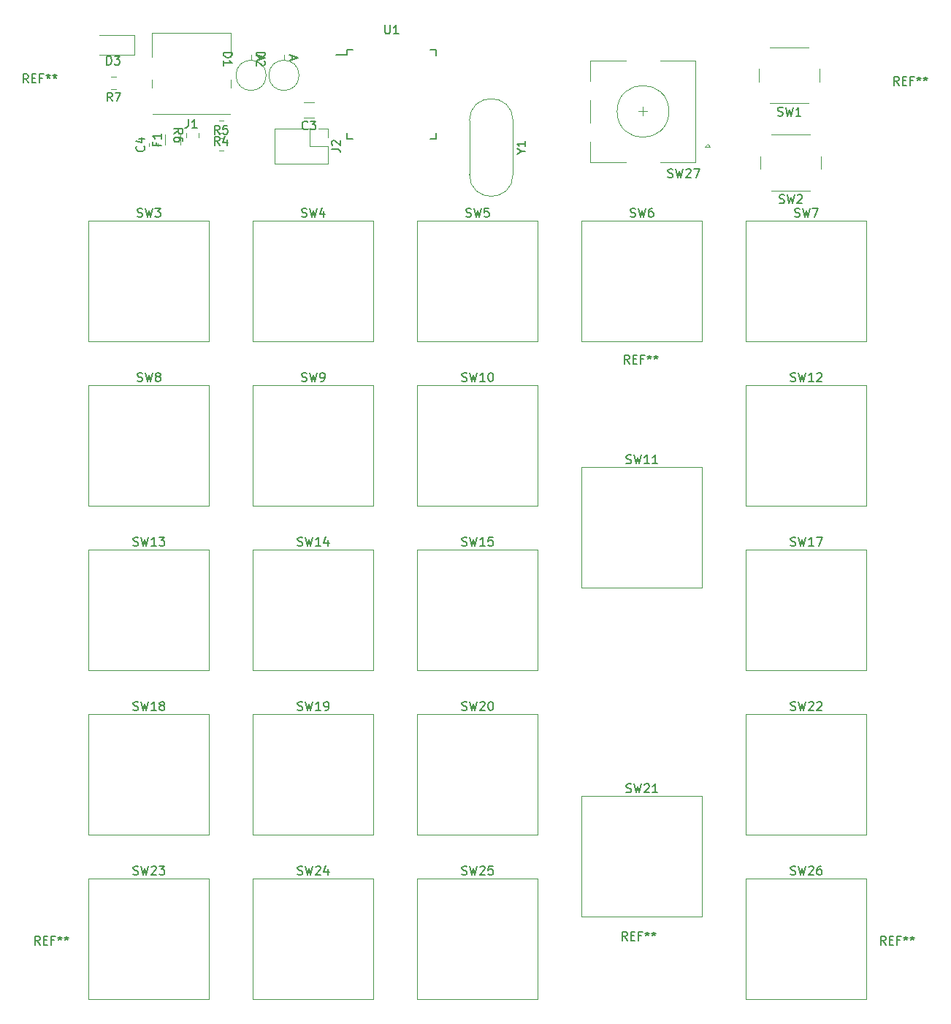
<source format=gbr>
%TF.GenerationSoftware,KiCad,Pcbnew,(5.1.0)-1*%
%TF.CreationDate,2020-10-02T12:35:23-04:00*%
%TF.ProjectId,BadgersHollowSchematic,42616467-6572-4734-986f-6c6c6f775363,rev?*%
%TF.SameCoordinates,Original*%
%TF.FileFunction,Legend,Top*%
%TF.FilePolarity,Positive*%
%FSLAX46Y46*%
G04 Gerber Fmt 4.6, Leading zero omitted, Abs format (unit mm)*
G04 Created by KiCad (PCBNEW (5.1.0)-1) date 2020-10-02 12:35:23*
%MOMM*%
%LPD*%
G04 APERTURE LIST*
%ADD10C,0.120000*%
%ADD11C,0.150000*%
G04 APERTURE END LIST*
D10*
%TO.C,SW5*%
X76200000Y-66040000D02*
X76200000Y-52070000D01*
X90170000Y-66040000D02*
X76200000Y-66040000D01*
X90170000Y-52070000D02*
X90170000Y-66040000D01*
X76200000Y-52070000D02*
X90170000Y-52070000D01*
%TO.C,SW23*%
X38100000Y-142240000D02*
X38100000Y-128270000D01*
X52070000Y-142240000D02*
X38100000Y-142240000D01*
X52070000Y-128270000D02*
X52070000Y-142240000D01*
X38100000Y-128270000D02*
X52070000Y-128270000D01*
%TO.C,Y1*%
X82239880Y-40468080D02*
X82239880Y-46718080D01*
X87289880Y-40468080D02*
X87289880Y-46718080D01*
X82239880Y-46718080D02*
G75*
G03X87289880Y-46718080I2525000J0D01*
G01*
X82239880Y-40468080D02*
G75*
G02X87289880Y-40468080I2525000J0D01*
G01*
D11*
%TO.C,U1*%
X68053200Y-32824360D02*
X66778200Y-32824360D01*
X78403200Y-32249360D02*
X77728200Y-32249360D01*
X78403200Y-42599360D02*
X77728200Y-42599360D01*
X68053200Y-42599360D02*
X68728200Y-42599360D01*
X68053200Y-32249360D02*
X68728200Y-32249360D01*
X68053200Y-42599360D02*
X68053200Y-41924360D01*
X78403200Y-42599360D02*
X78403200Y-41924360D01*
X78403200Y-32249360D02*
X78403200Y-32924360D01*
X68053200Y-32249360D02*
X68053200Y-32824360D01*
D10*
%TO.C,SW27*%
X105355000Y-39410000D02*
G75*
G03X105355000Y-39410000I-3000000J0D01*
G01*
X100355000Y-45310000D02*
X96255000Y-45310000D01*
X96255000Y-33510000D02*
X100355000Y-33510000D01*
X104355000Y-33510000D02*
X108455000Y-33510000D01*
X104355000Y-45310000D02*
X108455000Y-45310000D01*
X108455000Y-45310000D02*
X108455000Y-33510000D01*
X109855000Y-43210000D02*
X110155000Y-43510000D01*
X110155000Y-43510000D02*
X109555000Y-43510000D01*
X109555000Y-43510000D02*
X109855000Y-43210000D01*
X96255000Y-45310000D02*
X96255000Y-42910000D01*
X96255000Y-40710000D02*
X96255000Y-38110000D01*
X96255000Y-35910000D02*
X96255000Y-33510000D01*
X102355000Y-39910000D02*
X102355000Y-38910000D01*
X102855000Y-39410000D02*
X101855000Y-39410000D01*
%TO.C,SW26*%
X114300000Y-142240000D02*
X114300000Y-128270000D01*
X128270000Y-142240000D02*
X114300000Y-142240000D01*
X128270000Y-128270000D02*
X128270000Y-142240000D01*
X114300000Y-128270000D02*
X128270000Y-128270000D01*
%TO.C,SW25*%
X76200000Y-142240000D02*
X76200000Y-128270000D01*
X90170000Y-142240000D02*
X76200000Y-142240000D01*
X90170000Y-128270000D02*
X90170000Y-142240000D01*
X76200000Y-128270000D02*
X90170000Y-128270000D01*
%TO.C,SW24*%
X57150000Y-142240000D02*
X57150000Y-128270000D01*
X71120000Y-142240000D02*
X57150000Y-142240000D01*
X71120000Y-128270000D02*
X71120000Y-142240000D01*
X57150000Y-128270000D02*
X71120000Y-128270000D01*
%TO.C,SW22*%
X114300000Y-123190000D02*
X114300000Y-109220000D01*
X128270000Y-123190000D02*
X114300000Y-123190000D01*
X128270000Y-109220000D02*
X128270000Y-123190000D01*
X114300000Y-109220000D02*
X128270000Y-109220000D01*
%TO.C,SW21*%
X95250000Y-132715000D02*
X95250000Y-118745000D01*
X109220000Y-132715000D02*
X95250000Y-132715000D01*
X109220000Y-118745000D02*
X109220000Y-132715000D01*
X95250000Y-118745000D02*
X109220000Y-118745000D01*
%TO.C,SW20*%
X76200000Y-123190000D02*
X76200000Y-109220000D01*
X90170000Y-123190000D02*
X76200000Y-123190000D01*
X90170000Y-109220000D02*
X90170000Y-123190000D01*
X76200000Y-109220000D02*
X90170000Y-109220000D01*
%TO.C,SW19*%
X57150000Y-123190000D02*
X57150000Y-109220000D01*
X71120000Y-123190000D02*
X57150000Y-123190000D01*
X71120000Y-109220000D02*
X71120000Y-123190000D01*
X57150000Y-109220000D02*
X71120000Y-109220000D01*
%TO.C,SW18*%
X38100000Y-123190000D02*
X38100000Y-109220000D01*
X52070000Y-123190000D02*
X38100000Y-123190000D01*
X52070000Y-109220000D02*
X52070000Y-123190000D01*
X38100000Y-109220000D02*
X52070000Y-109220000D01*
%TO.C,SW17*%
X114300000Y-104140000D02*
X114300000Y-90170000D01*
X128270000Y-104140000D02*
X114300000Y-104140000D01*
X128270000Y-90170000D02*
X128270000Y-104140000D01*
X114300000Y-90170000D02*
X128270000Y-90170000D01*
%TO.C,SW15*%
X76200000Y-104140000D02*
X76200000Y-90170000D01*
X90170000Y-104140000D02*
X76200000Y-104140000D01*
X90170000Y-90170000D02*
X90170000Y-104140000D01*
X76200000Y-90170000D02*
X90170000Y-90170000D01*
%TO.C,SW14*%
X57150000Y-104140000D02*
X57150000Y-90170000D01*
X71120000Y-104140000D02*
X57150000Y-104140000D01*
X71120000Y-90170000D02*
X71120000Y-104140000D01*
X57150000Y-90170000D02*
X71120000Y-90170000D01*
%TO.C,SW13*%
X38100000Y-104140000D02*
X38100000Y-90170000D01*
X52070000Y-104140000D02*
X38100000Y-104140000D01*
X52070000Y-90170000D02*
X52070000Y-104140000D01*
X38100000Y-90170000D02*
X52070000Y-90170000D01*
%TO.C,SW12*%
X114300000Y-85090000D02*
X114300000Y-71120000D01*
X128270000Y-85090000D02*
X114300000Y-85090000D01*
X128270000Y-71120000D02*
X128270000Y-85090000D01*
X114300000Y-71120000D02*
X128270000Y-71120000D01*
%TO.C,SW11*%
X95250000Y-94615000D02*
X95250000Y-80645000D01*
X109220000Y-94615000D02*
X95250000Y-94615000D01*
X109220000Y-80645000D02*
X109220000Y-94615000D01*
X95250000Y-80645000D02*
X109220000Y-80645000D01*
%TO.C,SW10*%
X76200000Y-85090000D02*
X76200000Y-71120000D01*
X90170000Y-85090000D02*
X76200000Y-85090000D01*
X90170000Y-71120000D02*
X90170000Y-85090000D01*
X76200000Y-71120000D02*
X90170000Y-71120000D01*
%TO.C,SW9*%
X57150000Y-85090000D02*
X57150000Y-71120000D01*
X71120000Y-85090000D02*
X57150000Y-85090000D01*
X71120000Y-71120000D02*
X71120000Y-85090000D01*
X57150000Y-71120000D02*
X71120000Y-71120000D01*
%TO.C,SW8*%
X38100000Y-85090000D02*
X38100000Y-71120000D01*
X52070000Y-85090000D02*
X38100000Y-85090000D01*
X52070000Y-71120000D02*
X52070000Y-85090000D01*
X38100000Y-71120000D02*
X52070000Y-71120000D01*
%TO.C,SW7*%
X114300000Y-66040000D02*
X114300000Y-52070000D01*
X128270000Y-66040000D02*
X114300000Y-66040000D01*
X128270000Y-52070000D02*
X128270000Y-66040000D01*
X114300000Y-52070000D02*
X128270000Y-52070000D01*
%TO.C,SW6*%
X95250000Y-66040000D02*
X95250000Y-52070000D01*
X109220000Y-66040000D02*
X95250000Y-66040000D01*
X109220000Y-52070000D02*
X109220000Y-66040000D01*
X95250000Y-52070000D02*
X109220000Y-52070000D01*
%TO.C,SW4*%
X57150000Y-66040000D02*
X57150000Y-52070000D01*
X71120000Y-66040000D02*
X57150000Y-66040000D01*
X71120000Y-52070000D02*
X71120000Y-66040000D01*
X57150000Y-52070000D02*
X71120000Y-52070000D01*
%TO.C,SW3*%
X38100000Y-66040000D02*
X38100000Y-52070000D01*
X52070000Y-66040000D02*
X38100000Y-66040000D01*
X52070000Y-52070000D02*
X52070000Y-66040000D01*
X38100000Y-52070000D02*
X52070000Y-52070000D01*
%TO.C,SW2*%
X115998040Y-44599600D02*
X115998040Y-46099600D01*
X117248040Y-48599600D02*
X121748040Y-48599600D01*
X122998040Y-46099600D02*
X122998040Y-44599600D01*
X121748040Y-42099600D02*
X117248040Y-42099600D01*
%TO.C,SW1*%
X115820240Y-34475160D02*
X115820240Y-35975160D01*
X117070240Y-38475160D02*
X121570240Y-38475160D01*
X122820240Y-35975160D02*
X122820240Y-34475160D01*
X121570240Y-31975160D02*
X117070240Y-31975160D01*
%TO.C,R7*%
X41256852Y-35413880D02*
X40734348Y-35413880D01*
X41256852Y-36833880D02*
X40734348Y-36833880D01*
%TO.C,R6*%
X50819120Y-42446732D02*
X50819120Y-41924228D01*
X49399120Y-42446732D02*
X49399120Y-41924228D01*
%TO.C,R5*%
X53185428Y-43956040D02*
X53707932Y-43956040D01*
X53185428Y-42536040D02*
X53707932Y-42536040D01*
%TO.C,R4*%
X53707932Y-40504040D02*
X53185428Y-40504040D01*
X53707932Y-41924040D02*
X53185428Y-41924040D01*
%TO.C,J2*%
X65819840Y-41383400D02*
X65819840Y-42443400D01*
X64759840Y-41383400D02*
X65819840Y-41383400D01*
X65819840Y-43443400D02*
X65819840Y-45503400D01*
X63759840Y-43443400D02*
X65819840Y-43443400D01*
X63759840Y-41383400D02*
X63759840Y-43443400D01*
X65819840Y-45503400D02*
X59699840Y-45503400D01*
X63759840Y-41383400D02*
X59699840Y-41383400D01*
X59699840Y-41383400D02*
X59699840Y-45503400D01*
%TO.C,J1*%
X54589160Y-36675360D02*
X54589160Y-35775360D01*
X45399160Y-36675360D02*
X45399160Y-35775360D01*
X54589160Y-33075360D02*
X54589160Y-30345360D01*
X45399160Y-33075360D02*
X45399160Y-30345360D01*
X54469160Y-39755360D02*
X45519160Y-39755360D01*
X54589160Y-30345360D02*
X45399160Y-30345360D01*
%TO.C,F1*%
X48778840Y-43312624D02*
X48778840Y-42108496D01*
X46958840Y-43312624D02*
X46958840Y-42108496D01*
%TO.C,D3*%
X43389560Y-30599760D02*
X39329560Y-30599760D01*
X43389560Y-32869760D02*
X43389560Y-30599760D01*
X39329560Y-32869760D02*
X43389560Y-32869760D01*
%TO.C,D2*%
X60741560Y-33484245D02*
X60741560Y-32824880D01*
X62492195Y-35234880D02*
G75*
G03X62492195Y-35234880I-1750635J0D01*
G01*
%TO.C,D1*%
X56931560Y-33484245D02*
X56931560Y-32824880D01*
X58682195Y-35234880D02*
G75*
G03X58682195Y-35234880I-1750635J0D01*
G01*
%TO.C,C4*%
X46087760Y-43431307D02*
X46087760Y-43088773D01*
X45067760Y-43431307D02*
X45067760Y-43088773D01*
%TO.C,C3*%
X64249384Y-38338080D02*
X63045256Y-38338080D01*
X64249384Y-40158080D02*
X63045256Y-40158080D01*
%TO.C,SW5*%
D11*
X81851666Y-51585761D02*
X81994523Y-51633380D01*
X82232619Y-51633380D01*
X82327857Y-51585761D01*
X82375476Y-51538142D01*
X82423095Y-51442904D01*
X82423095Y-51347666D01*
X82375476Y-51252428D01*
X82327857Y-51204809D01*
X82232619Y-51157190D01*
X82042142Y-51109571D01*
X81946904Y-51061952D01*
X81899285Y-51014333D01*
X81851666Y-50919095D01*
X81851666Y-50823857D01*
X81899285Y-50728619D01*
X81946904Y-50681000D01*
X82042142Y-50633380D01*
X82280238Y-50633380D01*
X82423095Y-50681000D01*
X82756428Y-50633380D02*
X82994523Y-51633380D01*
X83185000Y-50919095D01*
X83375476Y-51633380D01*
X83613571Y-50633380D01*
X84470714Y-50633380D02*
X83994523Y-50633380D01*
X83946904Y-51109571D01*
X83994523Y-51061952D01*
X84089761Y-51014333D01*
X84327857Y-51014333D01*
X84423095Y-51061952D01*
X84470714Y-51109571D01*
X84518333Y-51204809D01*
X84518333Y-51442904D01*
X84470714Y-51538142D01*
X84423095Y-51585761D01*
X84327857Y-51633380D01*
X84089761Y-51633380D01*
X83994523Y-51585761D01*
X83946904Y-51538142D01*
%TO.C,SW23*%
X43275476Y-127785761D02*
X43418333Y-127833380D01*
X43656428Y-127833380D01*
X43751666Y-127785761D01*
X43799285Y-127738142D01*
X43846904Y-127642904D01*
X43846904Y-127547666D01*
X43799285Y-127452428D01*
X43751666Y-127404809D01*
X43656428Y-127357190D01*
X43465952Y-127309571D01*
X43370714Y-127261952D01*
X43323095Y-127214333D01*
X43275476Y-127119095D01*
X43275476Y-127023857D01*
X43323095Y-126928619D01*
X43370714Y-126881000D01*
X43465952Y-126833380D01*
X43704047Y-126833380D01*
X43846904Y-126881000D01*
X44180238Y-126833380D02*
X44418333Y-127833380D01*
X44608809Y-127119095D01*
X44799285Y-127833380D01*
X45037380Y-126833380D01*
X45370714Y-126928619D02*
X45418333Y-126881000D01*
X45513571Y-126833380D01*
X45751666Y-126833380D01*
X45846904Y-126881000D01*
X45894523Y-126928619D01*
X45942142Y-127023857D01*
X45942142Y-127119095D01*
X45894523Y-127261952D01*
X45323095Y-127833380D01*
X45942142Y-127833380D01*
X46275476Y-126833380D02*
X46894523Y-126833380D01*
X46561190Y-127214333D01*
X46704047Y-127214333D01*
X46799285Y-127261952D01*
X46846904Y-127309571D01*
X46894523Y-127404809D01*
X46894523Y-127642904D01*
X46846904Y-127738142D01*
X46799285Y-127785761D01*
X46704047Y-127833380D01*
X46418333Y-127833380D01*
X46323095Y-127785761D01*
X46275476Y-127738142D01*
%TO.C,REF\002A\002A*%
X31097386Y-36099900D02*
X30764053Y-35623710D01*
X30525958Y-36099900D02*
X30525958Y-35099900D01*
X30906910Y-35099900D01*
X31002148Y-35147520D01*
X31049767Y-35195139D01*
X31097386Y-35290377D01*
X31097386Y-35433234D01*
X31049767Y-35528472D01*
X31002148Y-35576091D01*
X30906910Y-35623710D01*
X30525958Y-35623710D01*
X31525958Y-35576091D02*
X31859291Y-35576091D01*
X32002148Y-36099900D02*
X31525958Y-36099900D01*
X31525958Y-35099900D01*
X32002148Y-35099900D01*
X32764053Y-35576091D02*
X32430720Y-35576091D01*
X32430720Y-36099900D02*
X32430720Y-35099900D01*
X32906910Y-35099900D01*
X33430720Y-35099900D02*
X33430720Y-35337996D01*
X33192624Y-35242758D02*
X33430720Y-35337996D01*
X33668815Y-35242758D01*
X33287862Y-35528472D02*
X33430720Y-35337996D01*
X33573577Y-35528472D01*
X34192624Y-35099900D02*
X34192624Y-35337996D01*
X33954529Y-35242758D02*
X34192624Y-35337996D01*
X34430720Y-35242758D01*
X34049767Y-35528472D02*
X34192624Y-35337996D01*
X34335481Y-35528472D01*
X100774666Y-68642380D02*
X100441333Y-68166190D01*
X100203238Y-68642380D02*
X100203238Y-67642380D01*
X100584190Y-67642380D01*
X100679428Y-67690000D01*
X100727047Y-67737619D01*
X100774666Y-67832857D01*
X100774666Y-67975714D01*
X100727047Y-68070952D01*
X100679428Y-68118571D01*
X100584190Y-68166190D01*
X100203238Y-68166190D01*
X101203238Y-68118571D02*
X101536571Y-68118571D01*
X101679428Y-68642380D02*
X101203238Y-68642380D01*
X101203238Y-67642380D01*
X101679428Y-67642380D01*
X102441333Y-68118571D02*
X102108000Y-68118571D01*
X102108000Y-68642380D02*
X102108000Y-67642380D01*
X102584190Y-67642380D01*
X103108000Y-67642380D02*
X103108000Y-67880476D01*
X102869904Y-67785238D02*
X103108000Y-67880476D01*
X103346095Y-67785238D01*
X102965142Y-68070952D02*
X103108000Y-67880476D01*
X103250857Y-68070952D01*
X103869904Y-67642380D02*
X103869904Y-67880476D01*
X103631809Y-67785238D02*
X103869904Y-67880476D01*
X104108000Y-67785238D01*
X103727047Y-68070952D02*
X103869904Y-67880476D01*
X104012761Y-68070952D01*
X32448666Y-135952380D02*
X32115333Y-135476190D01*
X31877238Y-135952380D02*
X31877238Y-134952380D01*
X32258190Y-134952380D01*
X32353428Y-135000000D01*
X32401047Y-135047619D01*
X32448666Y-135142857D01*
X32448666Y-135285714D01*
X32401047Y-135380952D01*
X32353428Y-135428571D01*
X32258190Y-135476190D01*
X31877238Y-135476190D01*
X32877238Y-135428571D02*
X33210571Y-135428571D01*
X33353428Y-135952380D02*
X32877238Y-135952380D01*
X32877238Y-134952380D01*
X33353428Y-134952380D01*
X34115333Y-135428571D02*
X33782000Y-135428571D01*
X33782000Y-135952380D02*
X33782000Y-134952380D01*
X34258190Y-134952380D01*
X34782000Y-134952380D02*
X34782000Y-135190476D01*
X34543904Y-135095238D02*
X34782000Y-135190476D01*
X35020095Y-135095238D01*
X34639142Y-135380952D02*
X34782000Y-135190476D01*
X34924857Y-135380952D01*
X35543904Y-134952380D02*
X35543904Y-135190476D01*
X35305809Y-135095238D02*
X35543904Y-135190476D01*
X35782000Y-135095238D01*
X35401047Y-135380952D02*
X35543904Y-135190476D01*
X35686761Y-135380952D01*
X100520666Y-135444380D02*
X100187333Y-134968190D01*
X99949238Y-135444380D02*
X99949238Y-134444380D01*
X100330190Y-134444380D01*
X100425428Y-134492000D01*
X100473047Y-134539619D01*
X100520666Y-134634857D01*
X100520666Y-134777714D01*
X100473047Y-134872952D01*
X100425428Y-134920571D01*
X100330190Y-134968190D01*
X99949238Y-134968190D01*
X100949238Y-134920571D02*
X101282571Y-134920571D01*
X101425428Y-135444380D02*
X100949238Y-135444380D01*
X100949238Y-134444380D01*
X101425428Y-134444380D01*
X102187333Y-134920571D02*
X101854000Y-134920571D01*
X101854000Y-135444380D02*
X101854000Y-134444380D01*
X102330190Y-134444380D01*
X102854000Y-134444380D02*
X102854000Y-134682476D01*
X102615904Y-134587238D02*
X102854000Y-134682476D01*
X103092095Y-134587238D01*
X102711142Y-134872952D02*
X102854000Y-134682476D01*
X102996857Y-134872952D01*
X103615904Y-134444380D02*
X103615904Y-134682476D01*
X103377809Y-134587238D02*
X103615904Y-134682476D01*
X103854000Y-134587238D01*
X103473047Y-134872952D02*
X103615904Y-134682476D01*
X103758761Y-134872952D01*
X130492666Y-135952380D02*
X130159333Y-135476190D01*
X129921238Y-135952380D02*
X129921238Y-134952380D01*
X130302190Y-134952380D01*
X130397428Y-135000000D01*
X130445047Y-135047619D01*
X130492666Y-135142857D01*
X130492666Y-135285714D01*
X130445047Y-135380952D01*
X130397428Y-135428571D01*
X130302190Y-135476190D01*
X129921238Y-135476190D01*
X130921238Y-135428571D02*
X131254571Y-135428571D01*
X131397428Y-135952380D02*
X130921238Y-135952380D01*
X130921238Y-134952380D01*
X131397428Y-134952380D01*
X132159333Y-135428571D02*
X131826000Y-135428571D01*
X131826000Y-135952380D02*
X131826000Y-134952380D01*
X132302190Y-134952380D01*
X132826000Y-134952380D02*
X132826000Y-135190476D01*
X132587904Y-135095238D02*
X132826000Y-135190476D01*
X133064095Y-135095238D01*
X132683142Y-135380952D02*
X132826000Y-135190476D01*
X132968857Y-135380952D01*
X133587904Y-134952380D02*
X133587904Y-135190476D01*
X133349809Y-135095238D02*
X133587904Y-135190476D01*
X133826000Y-135095238D01*
X133445047Y-135380952D02*
X133587904Y-135190476D01*
X133730761Y-135380952D01*
X132016666Y-36384380D02*
X131683333Y-35908190D01*
X131445238Y-36384380D02*
X131445238Y-35384380D01*
X131826190Y-35384380D01*
X131921428Y-35432000D01*
X131969047Y-35479619D01*
X132016666Y-35574857D01*
X132016666Y-35717714D01*
X131969047Y-35812952D01*
X131921428Y-35860571D01*
X131826190Y-35908190D01*
X131445238Y-35908190D01*
X132445238Y-35860571D02*
X132778571Y-35860571D01*
X132921428Y-36384380D02*
X132445238Y-36384380D01*
X132445238Y-35384380D01*
X132921428Y-35384380D01*
X133683333Y-35860571D02*
X133350000Y-35860571D01*
X133350000Y-36384380D02*
X133350000Y-35384380D01*
X133826190Y-35384380D01*
X134350000Y-35384380D02*
X134350000Y-35622476D01*
X134111904Y-35527238D02*
X134350000Y-35622476D01*
X134588095Y-35527238D01*
X134207142Y-35812952D02*
X134350000Y-35622476D01*
X134492857Y-35812952D01*
X135111904Y-35384380D02*
X135111904Y-35622476D01*
X134873809Y-35527238D02*
X135111904Y-35622476D01*
X135350000Y-35527238D01*
X134969047Y-35812952D02*
X135111904Y-35622476D01*
X135254761Y-35812952D01*
%TO.C,Y1*%
X88266070Y-44069270D02*
X88742260Y-44069270D01*
X87742260Y-44402603D02*
X88266070Y-44069270D01*
X87742260Y-43735937D01*
X88742260Y-42878794D02*
X88742260Y-43450222D01*
X88742260Y-43164508D02*
X87742260Y-43164508D01*
X87885118Y-43259746D01*
X87980356Y-43354984D01*
X88027975Y-43450222D01*
%TO.C,U1*%
X72466295Y-29426740D02*
X72466295Y-30236264D01*
X72513914Y-30331502D01*
X72561533Y-30379121D01*
X72656771Y-30426740D01*
X72847247Y-30426740D01*
X72942485Y-30379121D01*
X72990104Y-30331502D01*
X73037723Y-30236264D01*
X73037723Y-29426740D01*
X74037723Y-30426740D02*
X73466295Y-30426740D01*
X73752009Y-30426740D02*
X73752009Y-29426740D01*
X73656771Y-29569598D01*
X73561533Y-29664836D01*
X73466295Y-29712455D01*
%TO.C,SW27*%
X105245476Y-47014761D02*
X105388333Y-47062380D01*
X105626428Y-47062380D01*
X105721666Y-47014761D01*
X105769285Y-46967142D01*
X105816904Y-46871904D01*
X105816904Y-46776666D01*
X105769285Y-46681428D01*
X105721666Y-46633809D01*
X105626428Y-46586190D01*
X105435952Y-46538571D01*
X105340714Y-46490952D01*
X105293095Y-46443333D01*
X105245476Y-46348095D01*
X105245476Y-46252857D01*
X105293095Y-46157619D01*
X105340714Y-46110000D01*
X105435952Y-46062380D01*
X105674047Y-46062380D01*
X105816904Y-46110000D01*
X106150238Y-46062380D02*
X106388333Y-47062380D01*
X106578809Y-46348095D01*
X106769285Y-47062380D01*
X107007380Y-46062380D01*
X107340714Y-46157619D02*
X107388333Y-46110000D01*
X107483571Y-46062380D01*
X107721666Y-46062380D01*
X107816904Y-46110000D01*
X107864523Y-46157619D01*
X107912142Y-46252857D01*
X107912142Y-46348095D01*
X107864523Y-46490952D01*
X107293095Y-47062380D01*
X107912142Y-47062380D01*
X108245476Y-46062380D02*
X108912142Y-46062380D01*
X108483571Y-47062380D01*
%TO.C,SW26*%
X119475476Y-127785761D02*
X119618333Y-127833380D01*
X119856428Y-127833380D01*
X119951666Y-127785761D01*
X119999285Y-127738142D01*
X120046904Y-127642904D01*
X120046904Y-127547666D01*
X119999285Y-127452428D01*
X119951666Y-127404809D01*
X119856428Y-127357190D01*
X119665952Y-127309571D01*
X119570714Y-127261952D01*
X119523095Y-127214333D01*
X119475476Y-127119095D01*
X119475476Y-127023857D01*
X119523095Y-126928619D01*
X119570714Y-126881000D01*
X119665952Y-126833380D01*
X119904047Y-126833380D01*
X120046904Y-126881000D01*
X120380238Y-126833380D02*
X120618333Y-127833380D01*
X120808809Y-127119095D01*
X120999285Y-127833380D01*
X121237380Y-126833380D01*
X121570714Y-126928619D02*
X121618333Y-126881000D01*
X121713571Y-126833380D01*
X121951666Y-126833380D01*
X122046904Y-126881000D01*
X122094523Y-126928619D01*
X122142142Y-127023857D01*
X122142142Y-127119095D01*
X122094523Y-127261952D01*
X121523095Y-127833380D01*
X122142142Y-127833380D01*
X122999285Y-126833380D02*
X122808809Y-126833380D01*
X122713571Y-126881000D01*
X122665952Y-126928619D01*
X122570714Y-127071476D01*
X122523095Y-127261952D01*
X122523095Y-127642904D01*
X122570714Y-127738142D01*
X122618333Y-127785761D01*
X122713571Y-127833380D01*
X122904047Y-127833380D01*
X122999285Y-127785761D01*
X123046904Y-127738142D01*
X123094523Y-127642904D01*
X123094523Y-127404809D01*
X123046904Y-127309571D01*
X122999285Y-127261952D01*
X122904047Y-127214333D01*
X122713571Y-127214333D01*
X122618333Y-127261952D01*
X122570714Y-127309571D01*
X122523095Y-127404809D01*
%TO.C,SW25*%
X81375476Y-127785761D02*
X81518333Y-127833380D01*
X81756428Y-127833380D01*
X81851666Y-127785761D01*
X81899285Y-127738142D01*
X81946904Y-127642904D01*
X81946904Y-127547666D01*
X81899285Y-127452428D01*
X81851666Y-127404809D01*
X81756428Y-127357190D01*
X81565952Y-127309571D01*
X81470714Y-127261952D01*
X81423095Y-127214333D01*
X81375476Y-127119095D01*
X81375476Y-127023857D01*
X81423095Y-126928619D01*
X81470714Y-126881000D01*
X81565952Y-126833380D01*
X81804047Y-126833380D01*
X81946904Y-126881000D01*
X82280238Y-126833380D02*
X82518333Y-127833380D01*
X82708809Y-127119095D01*
X82899285Y-127833380D01*
X83137380Y-126833380D01*
X83470714Y-126928619D02*
X83518333Y-126881000D01*
X83613571Y-126833380D01*
X83851666Y-126833380D01*
X83946904Y-126881000D01*
X83994523Y-126928619D01*
X84042142Y-127023857D01*
X84042142Y-127119095D01*
X83994523Y-127261952D01*
X83423095Y-127833380D01*
X84042142Y-127833380D01*
X84946904Y-126833380D02*
X84470714Y-126833380D01*
X84423095Y-127309571D01*
X84470714Y-127261952D01*
X84565952Y-127214333D01*
X84804047Y-127214333D01*
X84899285Y-127261952D01*
X84946904Y-127309571D01*
X84994523Y-127404809D01*
X84994523Y-127642904D01*
X84946904Y-127738142D01*
X84899285Y-127785761D01*
X84804047Y-127833380D01*
X84565952Y-127833380D01*
X84470714Y-127785761D01*
X84423095Y-127738142D01*
%TO.C,SW24*%
X62325476Y-127785761D02*
X62468333Y-127833380D01*
X62706428Y-127833380D01*
X62801666Y-127785761D01*
X62849285Y-127738142D01*
X62896904Y-127642904D01*
X62896904Y-127547666D01*
X62849285Y-127452428D01*
X62801666Y-127404809D01*
X62706428Y-127357190D01*
X62515952Y-127309571D01*
X62420714Y-127261952D01*
X62373095Y-127214333D01*
X62325476Y-127119095D01*
X62325476Y-127023857D01*
X62373095Y-126928619D01*
X62420714Y-126881000D01*
X62515952Y-126833380D01*
X62754047Y-126833380D01*
X62896904Y-126881000D01*
X63230238Y-126833380D02*
X63468333Y-127833380D01*
X63658809Y-127119095D01*
X63849285Y-127833380D01*
X64087380Y-126833380D01*
X64420714Y-126928619D02*
X64468333Y-126881000D01*
X64563571Y-126833380D01*
X64801666Y-126833380D01*
X64896904Y-126881000D01*
X64944523Y-126928619D01*
X64992142Y-127023857D01*
X64992142Y-127119095D01*
X64944523Y-127261952D01*
X64373095Y-127833380D01*
X64992142Y-127833380D01*
X65849285Y-127166714D02*
X65849285Y-127833380D01*
X65611190Y-126785761D02*
X65373095Y-127500047D01*
X65992142Y-127500047D01*
%TO.C,SW22*%
X119475476Y-108735761D02*
X119618333Y-108783380D01*
X119856428Y-108783380D01*
X119951666Y-108735761D01*
X119999285Y-108688142D01*
X120046904Y-108592904D01*
X120046904Y-108497666D01*
X119999285Y-108402428D01*
X119951666Y-108354809D01*
X119856428Y-108307190D01*
X119665952Y-108259571D01*
X119570714Y-108211952D01*
X119523095Y-108164333D01*
X119475476Y-108069095D01*
X119475476Y-107973857D01*
X119523095Y-107878619D01*
X119570714Y-107831000D01*
X119665952Y-107783380D01*
X119904047Y-107783380D01*
X120046904Y-107831000D01*
X120380238Y-107783380D02*
X120618333Y-108783380D01*
X120808809Y-108069095D01*
X120999285Y-108783380D01*
X121237380Y-107783380D01*
X121570714Y-107878619D02*
X121618333Y-107831000D01*
X121713571Y-107783380D01*
X121951666Y-107783380D01*
X122046904Y-107831000D01*
X122094523Y-107878619D01*
X122142142Y-107973857D01*
X122142142Y-108069095D01*
X122094523Y-108211952D01*
X121523095Y-108783380D01*
X122142142Y-108783380D01*
X122523095Y-107878619D02*
X122570714Y-107831000D01*
X122665952Y-107783380D01*
X122904047Y-107783380D01*
X122999285Y-107831000D01*
X123046904Y-107878619D01*
X123094523Y-107973857D01*
X123094523Y-108069095D01*
X123046904Y-108211952D01*
X122475476Y-108783380D01*
X123094523Y-108783380D01*
%TO.C,SW21*%
X100425476Y-118260761D02*
X100568333Y-118308380D01*
X100806428Y-118308380D01*
X100901666Y-118260761D01*
X100949285Y-118213142D01*
X100996904Y-118117904D01*
X100996904Y-118022666D01*
X100949285Y-117927428D01*
X100901666Y-117879809D01*
X100806428Y-117832190D01*
X100615952Y-117784571D01*
X100520714Y-117736952D01*
X100473095Y-117689333D01*
X100425476Y-117594095D01*
X100425476Y-117498857D01*
X100473095Y-117403619D01*
X100520714Y-117356000D01*
X100615952Y-117308380D01*
X100854047Y-117308380D01*
X100996904Y-117356000D01*
X101330238Y-117308380D02*
X101568333Y-118308380D01*
X101758809Y-117594095D01*
X101949285Y-118308380D01*
X102187380Y-117308380D01*
X102520714Y-117403619D02*
X102568333Y-117356000D01*
X102663571Y-117308380D01*
X102901666Y-117308380D01*
X102996904Y-117356000D01*
X103044523Y-117403619D01*
X103092142Y-117498857D01*
X103092142Y-117594095D01*
X103044523Y-117736952D01*
X102473095Y-118308380D01*
X103092142Y-118308380D01*
X104044523Y-118308380D02*
X103473095Y-118308380D01*
X103758809Y-118308380D02*
X103758809Y-117308380D01*
X103663571Y-117451238D01*
X103568333Y-117546476D01*
X103473095Y-117594095D01*
%TO.C,SW20*%
X81375476Y-108735761D02*
X81518333Y-108783380D01*
X81756428Y-108783380D01*
X81851666Y-108735761D01*
X81899285Y-108688142D01*
X81946904Y-108592904D01*
X81946904Y-108497666D01*
X81899285Y-108402428D01*
X81851666Y-108354809D01*
X81756428Y-108307190D01*
X81565952Y-108259571D01*
X81470714Y-108211952D01*
X81423095Y-108164333D01*
X81375476Y-108069095D01*
X81375476Y-107973857D01*
X81423095Y-107878619D01*
X81470714Y-107831000D01*
X81565952Y-107783380D01*
X81804047Y-107783380D01*
X81946904Y-107831000D01*
X82280238Y-107783380D02*
X82518333Y-108783380D01*
X82708809Y-108069095D01*
X82899285Y-108783380D01*
X83137380Y-107783380D01*
X83470714Y-107878619D02*
X83518333Y-107831000D01*
X83613571Y-107783380D01*
X83851666Y-107783380D01*
X83946904Y-107831000D01*
X83994523Y-107878619D01*
X84042142Y-107973857D01*
X84042142Y-108069095D01*
X83994523Y-108211952D01*
X83423095Y-108783380D01*
X84042142Y-108783380D01*
X84661190Y-107783380D02*
X84756428Y-107783380D01*
X84851666Y-107831000D01*
X84899285Y-107878619D01*
X84946904Y-107973857D01*
X84994523Y-108164333D01*
X84994523Y-108402428D01*
X84946904Y-108592904D01*
X84899285Y-108688142D01*
X84851666Y-108735761D01*
X84756428Y-108783380D01*
X84661190Y-108783380D01*
X84565952Y-108735761D01*
X84518333Y-108688142D01*
X84470714Y-108592904D01*
X84423095Y-108402428D01*
X84423095Y-108164333D01*
X84470714Y-107973857D01*
X84518333Y-107878619D01*
X84565952Y-107831000D01*
X84661190Y-107783380D01*
%TO.C,SW19*%
X62325476Y-108735761D02*
X62468333Y-108783380D01*
X62706428Y-108783380D01*
X62801666Y-108735761D01*
X62849285Y-108688142D01*
X62896904Y-108592904D01*
X62896904Y-108497666D01*
X62849285Y-108402428D01*
X62801666Y-108354809D01*
X62706428Y-108307190D01*
X62515952Y-108259571D01*
X62420714Y-108211952D01*
X62373095Y-108164333D01*
X62325476Y-108069095D01*
X62325476Y-107973857D01*
X62373095Y-107878619D01*
X62420714Y-107831000D01*
X62515952Y-107783380D01*
X62754047Y-107783380D01*
X62896904Y-107831000D01*
X63230238Y-107783380D02*
X63468333Y-108783380D01*
X63658809Y-108069095D01*
X63849285Y-108783380D01*
X64087380Y-107783380D01*
X64992142Y-108783380D02*
X64420714Y-108783380D01*
X64706428Y-108783380D02*
X64706428Y-107783380D01*
X64611190Y-107926238D01*
X64515952Y-108021476D01*
X64420714Y-108069095D01*
X65468333Y-108783380D02*
X65658809Y-108783380D01*
X65754047Y-108735761D01*
X65801666Y-108688142D01*
X65896904Y-108545285D01*
X65944523Y-108354809D01*
X65944523Y-107973857D01*
X65896904Y-107878619D01*
X65849285Y-107831000D01*
X65754047Y-107783380D01*
X65563571Y-107783380D01*
X65468333Y-107831000D01*
X65420714Y-107878619D01*
X65373095Y-107973857D01*
X65373095Y-108211952D01*
X65420714Y-108307190D01*
X65468333Y-108354809D01*
X65563571Y-108402428D01*
X65754047Y-108402428D01*
X65849285Y-108354809D01*
X65896904Y-108307190D01*
X65944523Y-108211952D01*
%TO.C,SW18*%
X43275476Y-108735761D02*
X43418333Y-108783380D01*
X43656428Y-108783380D01*
X43751666Y-108735761D01*
X43799285Y-108688142D01*
X43846904Y-108592904D01*
X43846904Y-108497666D01*
X43799285Y-108402428D01*
X43751666Y-108354809D01*
X43656428Y-108307190D01*
X43465952Y-108259571D01*
X43370714Y-108211952D01*
X43323095Y-108164333D01*
X43275476Y-108069095D01*
X43275476Y-107973857D01*
X43323095Y-107878619D01*
X43370714Y-107831000D01*
X43465952Y-107783380D01*
X43704047Y-107783380D01*
X43846904Y-107831000D01*
X44180238Y-107783380D02*
X44418333Y-108783380D01*
X44608809Y-108069095D01*
X44799285Y-108783380D01*
X45037380Y-107783380D01*
X45942142Y-108783380D02*
X45370714Y-108783380D01*
X45656428Y-108783380D02*
X45656428Y-107783380D01*
X45561190Y-107926238D01*
X45465952Y-108021476D01*
X45370714Y-108069095D01*
X46513571Y-108211952D02*
X46418333Y-108164333D01*
X46370714Y-108116714D01*
X46323095Y-108021476D01*
X46323095Y-107973857D01*
X46370714Y-107878619D01*
X46418333Y-107831000D01*
X46513571Y-107783380D01*
X46704047Y-107783380D01*
X46799285Y-107831000D01*
X46846904Y-107878619D01*
X46894523Y-107973857D01*
X46894523Y-108021476D01*
X46846904Y-108116714D01*
X46799285Y-108164333D01*
X46704047Y-108211952D01*
X46513571Y-108211952D01*
X46418333Y-108259571D01*
X46370714Y-108307190D01*
X46323095Y-108402428D01*
X46323095Y-108592904D01*
X46370714Y-108688142D01*
X46418333Y-108735761D01*
X46513571Y-108783380D01*
X46704047Y-108783380D01*
X46799285Y-108735761D01*
X46846904Y-108688142D01*
X46894523Y-108592904D01*
X46894523Y-108402428D01*
X46846904Y-108307190D01*
X46799285Y-108259571D01*
X46704047Y-108211952D01*
%TO.C,SW17*%
X119475476Y-89685761D02*
X119618333Y-89733380D01*
X119856428Y-89733380D01*
X119951666Y-89685761D01*
X119999285Y-89638142D01*
X120046904Y-89542904D01*
X120046904Y-89447666D01*
X119999285Y-89352428D01*
X119951666Y-89304809D01*
X119856428Y-89257190D01*
X119665952Y-89209571D01*
X119570714Y-89161952D01*
X119523095Y-89114333D01*
X119475476Y-89019095D01*
X119475476Y-88923857D01*
X119523095Y-88828619D01*
X119570714Y-88781000D01*
X119665952Y-88733380D01*
X119904047Y-88733380D01*
X120046904Y-88781000D01*
X120380238Y-88733380D02*
X120618333Y-89733380D01*
X120808809Y-89019095D01*
X120999285Y-89733380D01*
X121237380Y-88733380D01*
X122142142Y-89733380D02*
X121570714Y-89733380D01*
X121856428Y-89733380D02*
X121856428Y-88733380D01*
X121761190Y-88876238D01*
X121665952Y-88971476D01*
X121570714Y-89019095D01*
X122475476Y-88733380D02*
X123142142Y-88733380D01*
X122713571Y-89733380D01*
%TO.C,SW15*%
X81375476Y-89685761D02*
X81518333Y-89733380D01*
X81756428Y-89733380D01*
X81851666Y-89685761D01*
X81899285Y-89638142D01*
X81946904Y-89542904D01*
X81946904Y-89447666D01*
X81899285Y-89352428D01*
X81851666Y-89304809D01*
X81756428Y-89257190D01*
X81565952Y-89209571D01*
X81470714Y-89161952D01*
X81423095Y-89114333D01*
X81375476Y-89019095D01*
X81375476Y-88923857D01*
X81423095Y-88828619D01*
X81470714Y-88781000D01*
X81565952Y-88733380D01*
X81804047Y-88733380D01*
X81946904Y-88781000D01*
X82280238Y-88733380D02*
X82518333Y-89733380D01*
X82708809Y-89019095D01*
X82899285Y-89733380D01*
X83137380Y-88733380D01*
X84042142Y-89733380D02*
X83470714Y-89733380D01*
X83756428Y-89733380D02*
X83756428Y-88733380D01*
X83661190Y-88876238D01*
X83565952Y-88971476D01*
X83470714Y-89019095D01*
X84946904Y-88733380D02*
X84470714Y-88733380D01*
X84423095Y-89209571D01*
X84470714Y-89161952D01*
X84565952Y-89114333D01*
X84804047Y-89114333D01*
X84899285Y-89161952D01*
X84946904Y-89209571D01*
X84994523Y-89304809D01*
X84994523Y-89542904D01*
X84946904Y-89638142D01*
X84899285Y-89685761D01*
X84804047Y-89733380D01*
X84565952Y-89733380D01*
X84470714Y-89685761D01*
X84423095Y-89638142D01*
%TO.C,SW14*%
X62325476Y-89685761D02*
X62468333Y-89733380D01*
X62706428Y-89733380D01*
X62801666Y-89685761D01*
X62849285Y-89638142D01*
X62896904Y-89542904D01*
X62896904Y-89447666D01*
X62849285Y-89352428D01*
X62801666Y-89304809D01*
X62706428Y-89257190D01*
X62515952Y-89209571D01*
X62420714Y-89161952D01*
X62373095Y-89114333D01*
X62325476Y-89019095D01*
X62325476Y-88923857D01*
X62373095Y-88828619D01*
X62420714Y-88781000D01*
X62515952Y-88733380D01*
X62754047Y-88733380D01*
X62896904Y-88781000D01*
X63230238Y-88733380D02*
X63468333Y-89733380D01*
X63658809Y-89019095D01*
X63849285Y-89733380D01*
X64087380Y-88733380D01*
X64992142Y-89733380D02*
X64420714Y-89733380D01*
X64706428Y-89733380D02*
X64706428Y-88733380D01*
X64611190Y-88876238D01*
X64515952Y-88971476D01*
X64420714Y-89019095D01*
X65849285Y-89066714D02*
X65849285Y-89733380D01*
X65611190Y-88685761D02*
X65373095Y-89400047D01*
X65992142Y-89400047D01*
%TO.C,SW13*%
X43275476Y-89685761D02*
X43418333Y-89733380D01*
X43656428Y-89733380D01*
X43751666Y-89685761D01*
X43799285Y-89638142D01*
X43846904Y-89542904D01*
X43846904Y-89447666D01*
X43799285Y-89352428D01*
X43751666Y-89304809D01*
X43656428Y-89257190D01*
X43465952Y-89209571D01*
X43370714Y-89161952D01*
X43323095Y-89114333D01*
X43275476Y-89019095D01*
X43275476Y-88923857D01*
X43323095Y-88828619D01*
X43370714Y-88781000D01*
X43465952Y-88733380D01*
X43704047Y-88733380D01*
X43846904Y-88781000D01*
X44180238Y-88733380D02*
X44418333Y-89733380D01*
X44608809Y-89019095D01*
X44799285Y-89733380D01*
X45037380Y-88733380D01*
X45942142Y-89733380D02*
X45370714Y-89733380D01*
X45656428Y-89733380D02*
X45656428Y-88733380D01*
X45561190Y-88876238D01*
X45465952Y-88971476D01*
X45370714Y-89019095D01*
X46275476Y-88733380D02*
X46894523Y-88733380D01*
X46561190Y-89114333D01*
X46704047Y-89114333D01*
X46799285Y-89161952D01*
X46846904Y-89209571D01*
X46894523Y-89304809D01*
X46894523Y-89542904D01*
X46846904Y-89638142D01*
X46799285Y-89685761D01*
X46704047Y-89733380D01*
X46418333Y-89733380D01*
X46323095Y-89685761D01*
X46275476Y-89638142D01*
%TO.C,SW12*%
X119475476Y-70635761D02*
X119618333Y-70683380D01*
X119856428Y-70683380D01*
X119951666Y-70635761D01*
X119999285Y-70588142D01*
X120046904Y-70492904D01*
X120046904Y-70397666D01*
X119999285Y-70302428D01*
X119951666Y-70254809D01*
X119856428Y-70207190D01*
X119665952Y-70159571D01*
X119570714Y-70111952D01*
X119523095Y-70064333D01*
X119475476Y-69969095D01*
X119475476Y-69873857D01*
X119523095Y-69778619D01*
X119570714Y-69731000D01*
X119665952Y-69683380D01*
X119904047Y-69683380D01*
X120046904Y-69731000D01*
X120380238Y-69683380D02*
X120618333Y-70683380D01*
X120808809Y-69969095D01*
X120999285Y-70683380D01*
X121237380Y-69683380D01*
X122142142Y-70683380D02*
X121570714Y-70683380D01*
X121856428Y-70683380D02*
X121856428Y-69683380D01*
X121761190Y-69826238D01*
X121665952Y-69921476D01*
X121570714Y-69969095D01*
X122523095Y-69778619D02*
X122570714Y-69731000D01*
X122665952Y-69683380D01*
X122904047Y-69683380D01*
X122999285Y-69731000D01*
X123046904Y-69778619D01*
X123094523Y-69873857D01*
X123094523Y-69969095D01*
X123046904Y-70111952D01*
X122475476Y-70683380D01*
X123094523Y-70683380D01*
%TO.C,SW11*%
X100425476Y-80160761D02*
X100568333Y-80208380D01*
X100806428Y-80208380D01*
X100901666Y-80160761D01*
X100949285Y-80113142D01*
X100996904Y-80017904D01*
X100996904Y-79922666D01*
X100949285Y-79827428D01*
X100901666Y-79779809D01*
X100806428Y-79732190D01*
X100615952Y-79684571D01*
X100520714Y-79636952D01*
X100473095Y-79589333D01*
X100425476Y-79494095D01*
X100425476Y-79398857D01*
X100473095Y-79303619D01*
X100520714Y-79256000D01*
X100615952Y-79208380D01*
X100854047Y-79208380D01*
X100996904Y-79256000D01*
X101330238Y-79208380D02*
X101568333Y-80208380D01*
X101758809Y-79494095D01*
X101949285Y-80208380D01*
X102187380Y-79208380D01*
X103092142Y-80208380D02*
X102520714Y-80208380D01*
X102806428Y-80208380D02*
X102806428Y-79208380D01*
X102711190Y-79351238D01*
X102615952Y-79446476D01*
X102520714Y-79494095D01*
X104044523Y-80208380D02*
X103473095Y-80208380D01*
X103758809Y-80208380D02*
X103758809Y-79208380D01*
X103663571Y-79351238D01*
X103568333Y-79446476D01*
X103473095Y-79494095D01*
%TO.C,SW10*%
X81375476Y-70635761D02*
X81518333Y-70683380D01*
X81756428Y-70683380D01*
X81851666Y-70635761D01*
X81899285Y-70588142D01*
X81946904Y-70492904D01*
X81946904Y-70397666D01*
X81899285Y-70302428D01*
X81851666Y-70254809D01*
X81756428Y-70207190D01*
X81565952Y-70159571D01*
X81470714Y-70111952D01*
X81423095Y-70064333D01*
X81375476Y-69969095D01*
X81375476Y-69873857D01*
X81423095Y-69778619D01*
X81470714Y-69731000D01*
X81565952Y-69683380D01*
X81804047Y-69683380D01*
X81946904Y-69731000D01*
X82280238Y-69683380D02*
X82518333Y-70683380D01*
X82708809Y-69969095D01*
X82899285Y-70683380D01*
X83137380Y-69683380D01*
X84042142Y-70683380D02*
X83470714Y-70683380D01*
X83756428Y-70683380D02*
X83756428Y-69683380D01*
X83661190Y-69826238D01*
X83565952Y-69921476D01*
X83470714Y-69969095D01*
X84661190Y-69683380D02*
X84756428Y-69683380D01*
X84851666Y-69731000D01*
X84899285Y-69778619D01*
X84946904Y-69873857D01*
X84994523Y-70064333D01*
X84994523Y-70302428D01*
X84946904Y-70492904D01*
X84899285Y-70588142D01*
X84851666Y-70635761D01*
X84756428Y-70683380D01*
X84661190Y-70683380D01*
X84565952Y-70635761D01*
X84518333Y-70588142D01*
X84470714Y-70492904D01*
X84423095Y-70302428D01*
X84423095Y-70064333D01*
X84470714Y-69873857D01*
X84518333Y-69778619D01*
X84565952Y-69731000D01*
X84661190Y-69683380D01*
%TO.C,SW9*%
X62801666Y-70635761D02*
X62944523Y-70683380D01*
X63182619Y-70683380D01*
X63277857Y-70635761D01*
X63325476Y-70588142D01*
X63373095Y-70492904D01*
X63373095Y-70397666D01*
X63325476Y-70302428D01*
X63277857Y-70254809D01*
X63182619Y-70207190D01*
X62992142Y-70159571D01*
X62896904Y-70111952D01*
X62849285Y-70064333D01*
X62801666Y-69969095D01*
X62801666Y-69873857D01*
X62849285Y-69778619D01*
X62896904Y-69731000D01*
X62992142Y-69683380D01*
X63230238Y-69683380D01*
X63373095Y-69731000D01*
X63706428Y-69683380D02*
X63944523Y-70683380D01*
X64135000Y-69969095D01*
X64325476Y-70683380D01*
X64563571Y-69683380D01*
X64992142Y-70683380D02*
X65182619Y-70683380D01*
X65277857Y-70635761D01*
X65325476Y-70588142D01*
X65420714Y-70445285D01*
X65468333Y-70254809D01*
X65468333Y-69873857D01*
X65420714Y-69778619D01*
X65373095Y-69731000D01*
X65277857Y-69683380D01*
X65087380Y-69683380D01*
X64992142Y-69731000D01*
X64944523Y-69778619D01*
X64896904Y-69873857D01*
X64896904Y-70111952D01*
X64944523Y-70207190D01*
X64992142Y-70254809D01*
X65087380Y-70302428D01*
X65277857Y-70302428D01*
X65373095Y-70254809D01*
X65420714Y-70207190D01*
X65468333Y-70111952D01*
%TO.C,SW8*%
X43751666Y-70635761D02*
X43894523Y-70683380D01*
X44132619Y-70683380D01*
X44227857Y-70635761D01*
X44275476Y-70588142D01*
X44323095Y-70492904D01*
X44323095Y-70397666D01*
X44275476Y-70302428D01*
X44227857Y-70254809D01*
X44132619Y-70207190D01*
X43942142Y-70159571D01*
X43846904Y-70111952D01*
X43799285Y-70064333D01*
X43751666Y-69969095D01*
X43751666Y-69873857D01*
X43799285Y-69778619D01*
X43846904Y-69731000D01*
X43942142Y-69683380D01*
X44180238Y-69683380D01*
X44323095Y-69731000D01*
X44656428Y-69683380D02*
X44894523Y-70683380D01*
X45085000Y-69969095D01*
X45275476Y-70683380D01*
X45513571Y-69683380D01*
X46037380Y-70111952D02*
X45942142Y-70064333D01*
X45894523Y-70016714D01*
X45846904Y-69921476D01*
X45846904Y-69873857D01*
X45894523Y-69778619D01*
X45942142Y-69731000D01*
X46037380Y-69683380D01*
X46227857Y-69683380D01*
X46323095Y-69731000D01*
X46370714Y-69778619D01*
X46418333Y-69873857D01*
X46418333Y-69921476D01*
X46370714Y-70016714D01*
X46323095Y-70064333D01*
X46227857Y-70111952D01*
X46037380Y-70111952D01*
X45942142Y-70159571D01*
X45894523Y-70207190D01*
X45846904Y-70302428D01*
X45846904Y-70492904D01*
X45894523Y-70588142D01*
X45942142Y-70635761D01*
X46037380Y-70683380D01*
X46227857Y-70683380D01*
X46323095Y-70635761D01*
X46370714Y-70588142D01*
X46418333Y-70492904D01*
X46418333Y-70302428D01*
X46370714Y-70207190D01*
X46323095Y-70159571D01*
X46227857Y-70111952D01*
%TO.C,SW7*%
X119951666Y-51585761D02*
X120094523Y-51633380D01*
X120332619Y-51633380D01*
X120427857Y-51585761D01*
X120475476Y-51538142D01*
X120523095Y-51442904D01*
X120523095Y-51347666D01*
X120475476Y-51252428D01*
X120427857Y-51204809D01*
X120332619Y-51157190D01*
X120142142Y-51109571D01*
X120046904Y-51061952D01*
X119999285Y-51014333D01*
X119951666Y-50919095D01*
X119951666Y-50823857D01*
X119999285Y-50728619D01*
X120046904Y-50681000D01*
X120142142Y-50633380D01*
X120380238Y-50633380D01*
X120523095Y-50681000D01*
X120856428Y-50633380D02*
X121094523Y-51633380D01*
X121285000Y-50919095D01*
X121475476Y-51633380D01*
X121713571Y-50633380D01*
X121999285Y-50633380D02*
X122665952Y-50633380D01*
X122237380Y-51633380D01*
%TO.C,SW6*%
X100901666Y-51585761D02*
X101044523Y-51633380D01*
X101282619Y-51633380D01*
X101377857Y-51585761D01*
X101425476Y-51538142D01*
X101473095Y-51442904D01*
X101473095Y-51347666D01*
X101425476Y-51252428D01*
X101377857Y-51204809D01*
X101282619Y-51157190D01*
X101092142Y-51109571D01*
X100996904Y-51061952D01*
X100949285Y-51014333D01*
X100901666Y-50919095D01*
X100901666Y-50823857D01*
X100949285Y-50728619D01*
X100996904Y-50681000D01*
X101092142Y-50633380D01*
X101330238Y-50633380D01*
X101473095Y-50681000D01*
X101806428Y-50633380D02*
X102044523Y-51633380D01*
X102235000Y-50919095D01*
X102425476Y-51633380D01*
X102663571Y-50633380D01*
X103473095Y-50633380D02*
X103282619Y-50633380D01*
X103187380Y-50681000D01*
X103139761Y-50728619D01*
X103044523Y-50871476D01*
X102996904Y-51061952D01*
X102996904Y-51442904D01*
X103044523Y-51538142D01*
X103092142Y-51585761D01*
X103187380Y-51633380D01*
X103377857Y-51633380D01*
X103473095Y-51585761D01*
X103520714Y-51538142D01*
X103568333Y-51442904D01*
X103568333Y-51204809D01*
X103520714Y-51109571D01*
X103473095Y-51061952D01*
X103377857Y-51014333D01*
X103187380Y-51014333D01*
X103092142Y-51061952D01*
X103044523Y-51109571D01*
X102996904Y-51204809D01*
%TO.C,SW4*%
X62801666Y-51585761D02*
X62944523Y-51633380D01*
X63182619Y-51633380D01*
X63277857Y-51585761D01*
X63325476Y-51538142D01*
X63373095Y-51442904D01*
X63373095Y-51347666D01*
X63325476Y-51252428D01*
X63277857Y-51204809D01*
X63182619Y-51157190D01*
X62992142Y-51109571D01*
X62896904Y-51061952D01*
X62849285Y-51014333D01*
X62801666Y-50919095D01*
X62801666Y-50823857D01*
X62849285Y-50728619D01*
X62896904Y-50681000D01*
X62992142Y-50633380D01*
X63230238Y-50633380D01*
X63373095Y-50681000D01*
X63706428Y-50633380D02*
X63944523Y-51633380D01*
X64135000Y-50919095D01*
X64325476Y-51633380D01*
X64563571Y-50633380D01*
X65373095Y-50966714D02*
X65373095Y-51633380D01*
X65135000Y-50585761D02*
X64896904Y-51300047D01*
X65515952Y-51300047D01*
%TO.C,SW3*%
X43751666Y-51585761D02*
X43894523Y-51633380D01*
X44132619Y-51633380D01*
X44227857Y-51585761D01*
X44275476Y-51538142D01*
X44323095Y-51442904D01*
X44323095Y-51347666D01*
X44275476Y-51252428D01*
X44227857Y-51204809D01*
X44132619Y-51157190D01*
X43942142Y-51109571D01*
X43846904Y-51061952D01*
X43799285Y-51014333D01*
X43751666Y-50919095D01*
X43751666Y-50823857D01*
X43799285Y-50728619D01*
X43846904Y-50681000D01*
X43942142Y-50633380D01*
X44180238Y-50633380D01*
X44323095Y-50681000D01*
X44656428Y-50633380D02*
X44894523Y-51633380D01*
X45085000Y-50919095D01*
X45275476Y-51633380D01*
X45513571Y-50633380D01*
X45799285Y-50633380D02*
X46418333Y-50633380D01*
X46085000Y-51014333D01*
X46227857Y-51014333D01*
X46323095Y-51061952D01*
X46370714Y-51109571D01*
X46418333Y-51204809D01*
X46418333Y-51442904D01*
X46370714Y-51538142D01*
X46323095Y-51585761D01*
X46227857Y-51633380D01*
X45942142Y-51633380D01*
X45846904Y-51585761D01*
X45799285Y-51538142D01*
%TO.C,SW2*%
X118164706Y-50004361D02*
X118307563Y-50051980D01*
X118545659Y-50051980D01*
X118640897Y-50004361D01*
X118688516Y-49956742D01*
X118736135Y-49861504D01*
X118736135Y-49766266D01*
X118688516Y-49671028D01*
X118640897Y-49623409D01*
X118545659Y-49575790D01*
X118355182Y-49528171D01*
X118259944Y-49480552D01*
X118212325Y-49432933D01*
X118164706Y-49337695D01*
X118164706Y-49242457D01*
X118212325Y-49147219D01*
X118259944Y-49099600D01*
X118355182Y-49051980D01*
X118593278Y-49051980D01*
X118736135Y-49099600D01*
X119069468Y-49051980D02*
X119307563Y-50051980D01*
X119498040Y-49337695D01*
X119688516Y-50051980D01*
X119926611Y-49051980D01*
X120259944Y-49147219D02*
X120307563Y-49099600D01*
X120402801Y-49051980D01*
X120640897Y-49051980D01*
X120736135Y-49099600D01*
X120783754Y-49147219D01*
X120831373Y-49242457D01*
X120831373Y-49337695D01*
X120783754Y-49480552D01*
X120212325Y-50051980D01*
X120831373Y-50051980D01*
%TO.C,SW1*%
X117986906Y-39879921D02*
X118129763Y-39927540D01*
X118367859Y-39927540D01*
X118463097Y-39879921D01*
X118510716Y-39832302D01*
X118558335Y-39737064D01*
X118558335Y-39641826D01*
X118510716Y-39546588D01*
X118463097Y-39498969D01*
X118367859Y-39451350D01*
X118177382Y-39403731D01*
X118082144Y-39356112D01*
X118034525Y-39308493D01*
X117986906Y-39213255D01*
X117986906Y-39118017D01*
X118034525Y-39022779D01*
X118082144Y-38975160D01*
X118177382Y-38927540D01*
X118415478Y-38927540D01*
X118558335Y-38975160D01*
X118891668Y-38927540D02*
X119129763Y-39927540D01*
X119320240Y-39213255D01*
X119510716Y-39927540D01*
X119748811Y-38927540D01*
X120653573Y-39927540D02*
X120082144Y-39927540D01*
X120367859Y-39927540D02*
X120367859Y-38927540D01*
X120272620Y-39070398D01*
X120177382Y-39165636D01*
X120082144Y-39213255D01*
%TO.C,R7*%
X40828933Y-38226260D02*
X40495600Y-37750070D01*
X40257504Y-38226260D02*
X40257504Y-37226260D01*
X40638457Y-37226260D01*
X40733695Y-37273880D01*
X40781314Y-37321499D01*
X40828933Y-37416737D01*
X40828933Y-37559594D01*
X40781314Y-37654832D01*
X40733695Y-37702451D01*
X40638457Y-37750070D01*
X40257504Y-37750070D01*
X41162266Y-37226260D02*
X41828933Y-37226260D01*
X41400361Y-38226260D01*
%TO.C,R6*%
X48006739Y-42018813D02*
X48482929Y-41685480D01*
X48006739Y-41447384D02*
X49006739Y-41447384D01*
X49006739Y-41828337D01*
X48959120Y-41923575D01*
X48911500Y-41971194D01*
X48816262Y-42018813D01*
X48673405Y-42018813D01*
X48578167Y-41971194D01*
X48530548Y-41923575D01*
X48482929Y-41828337D01*
X48482929Y-41447384D01*
X49006739Y-42875956D02*
X49006739Y-42685480D01*
X48959120Y-42590241D01*
X48911500Y-42542622D01*
X48768643Y-42447384D01*
X48578167Y-42399765D01*
X48197215Y-42399765D01*
X48101977Y-42447384D01*
X48054358Y-42495003D01*
X48006739Y-42590241D01*
X48006739Y-42780718D01*
X48054358Y-42875956D01*
X48101977Y-42923575D01*
X48197215Y-42971194D01*
X48435310Y-42971194D01*
X48530548Y-42923575D01*
X48578167Y-42875956D01*
X48625786Y-42780718D01*
X48625786Y-42590241D01*
X48578167Y-42495003D01*
X48530548Y-42447384D01*
X48435310Y-42399765D01*
%TO.C,R5*%
X53280013Y-42048420D02*
X52946680Y-41572230D01*
X52708584Y-42048420D02*
X52708584Y-41048420D01*
X53089537Y-41048420D01*
X53184775Y-41096040D01*
X53232394Y-41143659D01*
X53280013Y-41238897D01*
X53280013Y-41381754D01*
X53232394Y-41476992D01*
X53184775Y-41524611D01*
X53089537Y-41572230D01*
X52708584Y-41572230D01*
X54184775Y-41048420D02*
X53708584Y-41048420D01*
X53660965Y-41524611D01*
X53708584Y-41476992D01*
X53803822Y-41429373D01*
X54041918Y-41429373D01*
X54137156Y-41476992D01*
X54184775Y-41524611D01*
X54232394Y-41619849D01*
X54232394Y-41857944D01*
X54184775Y-41953182D01*
X54137156Y-42000801D01*
X54041918Y-42048420D01*
X53803822Y-42048420D01*
X53708584Y-42000801D01*
X53660965Y-41953182D01*
%TO.C,R4*%
X53280013Y-43316420D02*
X52946680Y-42840230D01*
X52708584Y-43316420D02*
X52708584Y-42316420D01*
X53089537Y-42316420D01*
X53184775Y-42364040D01*
X53232394Y-42411659D01*
X53280013Y-42506897D01*
X53280013Y-42649754D01*
X53232394Y-42744992D01*
X53184775Y-42792611D01*
X53089537Y-42840230D01*
X52708584Y-42840230D01*
X54137156Y-42649754D02*
X54137156Y-43316420D01*
X53899060Y-42268801D02*
X53660965Y-42983087D01*
X54280013Y-42983087D01*
%TO.C,J2*%
X66272220Y-43776733D02*
X66986506Y-43776733D01*
X67129363Y-43824352D01*
X67224601Y-43919590D01*
X67272220Y-44062447D01*
X67272220Y-44157685D01*
X66367459Y-43348161D02*
X66319840Y-43300542D01*
X66272220Y-43205304D01*
X66272220Y-42967209D01*
X66319840Y-42871971D01*
X66367459Y-42824352D01*
X66462697Y-42776733D01*
X66557935Y-42776733D01*
X66700792Y-42824352D01*
X67272220Y-43395780D01*
X67272220Y-42776733D01*
%TO.C,J1*%
X49660826Y-40327740D02*
X49660826Y-41042026D01*
X49613207Y-41184883D01*
X49517969Y-41280121D01*
X49375112Y-41327740D01*
X49279874Y-41327740D01*
X50660826Y-41327740D02*
X50089398Y-41327740D01*
X50375112Y-41327740D02*
X50375112Y-40327740D01*
X50279874Y-40470598D01*
X50184636Y-40565836D01*
X50089398Y-40613455D01*
%TO.C,F1*%
X45977411Y-43043893D02*
X45977411Y-43377226D01*
X46501220Y-43377226D02*
X45501220Y-43377226D01*
X45501220Y-42901036D01*
X46501220Y-41996274D02*
X46501220Y-42567702D01*
X46501220Y-42281988D02*
X45501220Y-42281988D01*
X45644078Y-42377226D01*
X45739316Y-42472464D01*
X45786935Y-42567702D01*
%TO.C,D3*%
X40191464Y-34007140D02*
X40191464Y-33007140D01*
X40429560Y-33007140D01*
X40572417Y-33054760D01*
X40667655Y-33149998D01*
X40715274Y-33245236D01*
X40762893Y-33435712D01*
X40762893Y-33578569D01*
X40715274Y-33769045D01*
X40667655Y-33864283D01*
X40572417Y-33959521D01*
X40429560Y-34007140D01*
X40191464Y-34007140D01*
X41096226Y-33007140D02*
X41715274Y-33007140D01*
X41381940Y-33388093D01*
X41524798Y-33388093D01*
X41620036Y-33435712D01*
X41667655Y-33483331D01*
X41715274Y-33578569D01*
X41715274Y-33816664D01*
X41667655Y-33911902D01*
X41620036Y-33959521D01*
X41524798Y-34007140D01*
X41239083Y-34007140D01*
X41143845Y-33959521D01*
X41096226Y-33911902D01*
%TO.C,D2*%
X57538544Y-32591784D02*
X58538544Y-32591784D01*
X58538544Y-32829880D01*
X58490925Y-32972737D01*
X58395686Y-33067975D01*
X58300448Y-33115594D01*
X58109972Y-33163213D01*
X57967115Y-33163213D01*
X57776639Y-33115594D01*
X57681401Y-33067975D01*
X57586163Y-32972737D01*
X57538544Y-32829880D01*
X57538544Y-32591784D01*
X58443305Y-33544165D02*
X58490925Y-33591784D01*
X58538544Y-33687022D01*
X58538544Y-33925118D01*
X58490925Y-34020356D01*
X58443305Y-34067975D01*
X58348067Y-34115594D01*
X58252829Y-34115594D01*
X58109972Y-34067975D01*
X57538544Y-33496546D01*
X57538544Y-34115594D01*
X61674893Y-32986784D02*
X61674893Y-33462975D01*
X61389179Y-32891546D02*
X62389179Y-33224880D01*
X61389179Y-33558213D01*
%TO.C,D1*%
X53728544Y-32591784D02*
X54728544Y-32591784D01*
X54728544Y-32829880D01*
X54680925Y-32972737D01*
X54585686Y-33067975D01*
X54490448Y-33115594D01*
X54299972Y-33163213D01*
X54157115Y-33163213D01*
X53966639Y-33115594D01*
X53871401Y-33067975D01*
X53776163Y-32972737D01*
X53728544Y-32829880D01*
X53728544Y-32591784D01*
X53728544Y-34115594D02*
X53728544Y-33544165D01*
X53728544Y-33829880D02*
X54728544Y-33829880D01*
X54585686Y-33734641D01*
X54490448Y-33639403D01*
X54442829Y-33544165D01*
X57864893Y-32986784D02*
X57864893Y-33462975D01*
X57579179Y-32891546D02*
X58579179Y-33224880D01*
X57579179Y-33558213D01*
%TO.C,C4*%
X44504902Y-43426706D02*
X44552521Y-43474325D01*
X44600140Y-43617182D01*
X44600140Y-43712420D01*
X44552521Y-43855278D01*
X44457283Y-43950516D01*
X44362045Y-43998135D01*
X44171569Y-44045754D01*
X44028712Y-44045754D01*
X43838236Y-43998135D01*
X43742998Y-43950516D01*
X43647760Y-43855278D01*
X43600140Y-43712420D01*
X43600140Y-43617182D01*
X43647760Y-43474325D01*
X43695379Y-43426706D01*
X43933474Y-42569563D02*
X44600140Y-42569563D01*
X43552521Y-42807659D02*
X44266807Y-43045754D01*
X44266807Y-42426706D01*
%TO.C,C3*%
X63480653Y-41425222D02*
X63433034Y-41472841D01*
X63290177Y-41520460D01*
X63194939Y-41520460D01*
X63052081Y-41472841D01*
X62956843Y-41377603D01*
X62909224Y-41282365D01*
X62861605Y-41091889D01*
X62861605Y-40949032D01*
X62909224Y-40758556D01*
X62956843Y-40663318D01*
X63052081Y-40568080D01*
X63194939Y-40520460D01*
X63290177Y-40520460D01*
X63433034Y-40568080D01*
X63480653Y-40615699D01*
X63813986Y-40520460D02*
X64433034Y-40520460D01*
X64099700Y-40901413D01*
X64242558Y-40901413D01*
X64337796Y-40949032D01*
X64385415Y-40996651D01*
X64433034Y-41091889D01*
X64433034Y-41329984D01*
X64385415Y-41425222D01*
X64337796Y-41472841D01*
X64242558Y-41520460D01*
X63956843Y-41520460D01*
X63861605Y-41472841D01*
X63813986Y-41425222D01*
%TD*%
M02*

</source>
